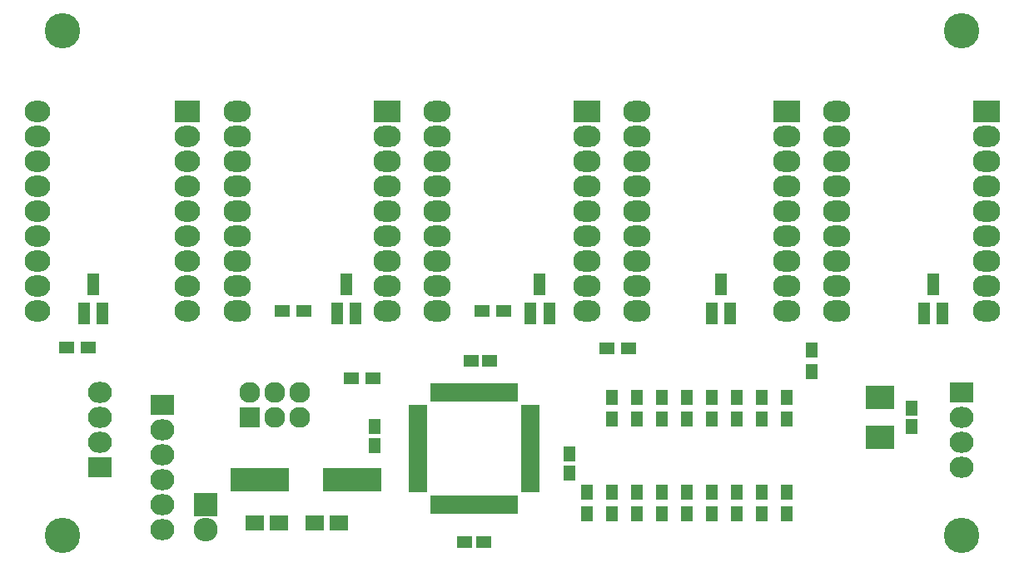
<source format=gts>
G04 #@! TF.FileFunction,Soldermask,Top*
%FSLAX46Y46*%
G04 Gerber Fmt 4.6, Leading zero omitted, Abs format (unit mm)*
G04 Created by KiCad (PCBNEW 4.0.4+e1-6308~48~ubuntu16.04.1-stable) date Tue Nov 15 20:45:07 2016*
%MOMM*%
%LPD*%
G01*
G04 APERTURE LIST*
%ADD10C,0.100000*%
%ADD11O,2.600000X2.166000*%
%ADD12R,2.600000X2.166000*%
%ADD13R,1.300000X1.600000*%
%ADD14R,1.900000X1.650000*%
%ADD15R,1.150000X1.600000*%
%ADD16R,1.600000X1.150000*%
%ADD17R,2.900000X2.400000*%
%ADD18R,1.900000X0.950000*%
%ADD19R,0.950000X1.900000*%
%ADD20R,2.432000X2.127200*%
%ADD21O,2.432000X2.127200*%
%ADD22R,2.127200X2.127200*%
%ADD23O,2.127200X2.127200*%
%ADD24R,1.200100X2.200860*%
%ADD25R,1.600000X1.300000*%
%ADD26R,5.899100X2.398980*%
%ADD27C,3.600000*%
%ADD28R,2.432000X2.432000*%
%ADD29O,2.432000X2.432000*%
%ADD30O,2.800000X2.166000*%
%ADD31R,2.800000X2.166000*%
G04 APERTURE END LIST*
D10*
D11*
X101600000Y-102870000D03*
X101600000Y-100330000D03*
X101600000Y-97790000D03*
X101600000Y-95250000D03*
X101600000Y-92710000D03*
X101600000Y-90170000D03*
X101600000Y-87630000D03*
X101600000Y-85090000D03*
X101600000Y-82550000D03*
X116840000Y-102870000D03*
X116840000Y-100330000D03*
X116840000Y-97790000D03*
X116840000Y-95250000D03*
X116840000Y-92710000D03*
X116840000Y-90170000D03*
X116840000Y-87630000D03*
X116840000Y-85090000D03*
D12*
X116840000Y-82550000D03*
D13*
X175260000Y-121328000D03*
X175260000Y-123528000D03*
D14*
X123718000Y-124460000D03*
X126218000Y-124460000D03*
X132314000Y-124460000D03*
X129814000Y-124460000D03*
D15*
X155702000Y-117414000D03*
X155702000Y-119314000D03*
X190500000Y-112715000D03*
X190500000Y-114615000D03*
D16*
X147635000Y-107950000D03*
X145735000Y-107950000D03*
D15*
X135890000Y-114620000D03*
X135890000Y-116520000D03*
D16*
X145100000Y-126365000D03*
X147000000Y-126365000D03*
D17*
X187325000Y-111665000D03*
X187325000Y-115665000D03*
D18*
X140350000Y-112840000D03*
X140350000Y-113640000D03*
X140350000Y-114440000D03*
X140350000Y-115240000D03*
X140350000Y-116040000D03*
X140350000Y-116840000D03*
X140350000Y-117640000D03*
X140350000Y-118440000D03*
X140350000Y-119240000D03*
X140350000Y-120040000D03*
X140350000Y-120840000D03*
D19*
X142050000Y-122540000D03*
X142850000Y-122540000D03*
X143650000Y-122540000D03*
X144450000Y-122540000D03*
X145250000Y-122540000D03*
X146050000Y-122540000D03*
X146850000Y-122540000D03*
X147650000Y-122540000D03*
X148450000Y-122540000D03*
X149250000Y-122540000D03*
X150050000Y-122540000D03*
D18*
X151750000Y-120840000D03*
X151750000Y-120040000D03*
X151750000Y-119240000D03*
X151750000Y-118440000D03*
X151750000Y-117640000D03*
X151750000Y-116840000D03*
X151750000Y-116040000D03*
X151750000Y-115240000D03*
X151750000Y-114440000D03*
X151750000Y-113640000D03*
X151750000Y-112840000D03*
D19*
X150050000Y-111140000D03*
X149250000Y-111140000D03*
X148450000Y-111140000D03*
X147650000Y-111140000D03*
X146850000Y-111140000D03*
X146050000Y-111140000D03*
X145250000Y-111140000D03*
X144450000Y-111140000D03*
X143650000Y-111140000D03*
X142850000Y-111140000D03*
X142050000Y-111140000D03*
D20*
X114300000Y-112395000D03*
D21*
X114300000Y-114935000D03*
X114300000Y-117475000D03*
X114300000Y-120015000D03*
X114300000Y-122555000D03*
X114300000Y-125095000D03*
D22*
X123190000Y-113665000D03*
D23*
X123190000Y-111125000D03*
X125730000Y-113665000D03*
X125730000Y-111125000D03*
X128270000Y-113665000D03*
X128270000Y-111125000D03*
D20*
X195580000Y-111125000D03*
D21*
X195580000Y-113665000D03*
X195580000Y-116205000D03*
X195580000Y-118745000D03*
D20*
X107950000Y-118745000D03*
D21*
X107950000Y-116205000D03*
X107950000Y-113665000D03*
X107950000Y-111125000D03*
D24*
X191775000Y-103101140D03*
X193675000Y-103101140D03*
X192725000Y-100098860D03*
X170185000Y-103101140D03*
X172085000Y-103101140D03*
X171135000Y-100098860D03*
X132085000Y-103101140D03*
X133985000Y-103101140D03*
X133035000Y-100098860D03*
X151770000Y-103101140D03*
X153670000Y-103101140D03*
X152720000Y-100098860D03*
X106365000Y-103101140D03*
X108265000Y-103101140D03*
X107315000Y-100098860D03*
D25*
X133520000Y-109728000D03*
X135720000Y-109728000D03*
D13*
X172720000Y-121328000D03*
X172720000Y-123528000D03*
X170180000Y-121328000D03*
X170180000Y-123528000D03*
X167640000Y-121328000D03*
X167640000Y-123528000D03*
X165100000Y-121328000D03*
X165100000Y-123528000D03*
X162560000Y-121328000D03*
X162560000Y-123528000D03*
X160020000Y-121328000D03*
X160020000Y-123528000D03*
X157480000Y-121328000D03*
X157480000Y-123528000D03*
X177800000Y-121328000D03*
X177800000Y-123528000D03*
X160020000Y-111676000D03*
X160020000Y-113876000D03*
X162560000Y-111676000D03*
X162560000Y-113876000D03*
X165100000Y-111676000D03*
X165100000Y-113876000D03*
X167640000Y-111676000D03*
X167640000Y-113876000D03*
X170180000Y-111676000D03*
X170180000Y-113876000D03*
X172720000Y-111676000D03*
X172720000Y-113876000D03*
X175260000Y-111676000D03*
X175260000Y-113876000D03*
X177800000Y-111676000D03*
X177800000Y-113876000D03*
X180340000Y-109050000D03*
X180340000Y-106850000D03*
D25*
X161755000Y-106680000D03*
X159555000Y-106680000D03*
X128735000Y-102870000D03*
X126535000Y-102870000D03*
X149055000Y-102870000D03*
X146855000Y-102870000D03*
X104564000Y-106553000D03*
X106764000Y-106553000D03*
D26*
X124206000Y-120015000D03*
X133604000Y-120015000D03*
D27*
X195580000Y-125730000D03*
X104140000Y-125730000D03*
X104140000Y-74295000D03*
X195580000Y-74295000D03*
D28*
X118745000Y-122555000D03*
D29*
X118745000Y-125095000D03*
D30*
X162560000Y-102870000D03*
X162560000Y-100330000D03*
X162560000Y-97790000D03*
X162560000Y-95250000D03*
X162560000Y-92710000D03*
X162560000Y-90170000D03*
X162560000Y-87630000D03*
X162560000Y-85090000D03*
X162560000Y-82550000D03*
X177800000Y-102870000D03*
X177800000Y-100330000D03*
X177800000Y-97790000D03*
X177800000Y-95250000D03*
X177800000Y-92710000D03*
X177800000Y-90170000D03*
X177800000Y-87630000D03*
X177800000Y-85090000D03*
D31*
X177800000Y-82550000D03*
D30*
X142240000Y-102870000D03*
X142240000Y-100330000D03*
X142240000Y-97790000D03*
X142240000Y-95250000D03*
X142240000Y-92710000D03*
X142240000Y-90170000D03*
X142240000Y-87630000D03*
X142240000Y-85090000D03*
X142240000Y-82550000D03*
X157480000Y-102870000D03*
X157480000Y-100330000D03*
X157480000Y-97790000D03*
X157480000Y-95250000D03*
X157480000Y-92710000D03*
X157480000Y-90170000D03*
X157480000Y-87630000D03*
X157480000Y-85090000D03*
D31*
X157480000Y-82550000D03*
D30*
X182880000Y-102870000D03*
X182880000Y-100330000D03*
X182880000Y-97790000D03*
X182880000Y-95250000D03*
X182880000Y-92710000D03*
X182880000Y-90170000D03*
X182880000Y-87630000D03*
X182880000Y-85090000D03*
X182880000Y-82550000D03*
X198120000Y-102870000D03*
X198120000Y-100330000D03*
X198120000Y-97790000D03*
X198120000Y-95250000D03*
X198120000Y-92710000D03*
X198120000Y-90170000D03*
X198120000Y-87630000D03*
X198120000Y-85090000D03*
D31*
X198120000Y-82550000D03*
D30*
X121920000Y-102870000D03*
X121920000Y-100330000D03*
X121920000Y-97790000D03*
X121920000Y-95250000D03*
X121920000Y-92710000D03*
X121920000Y-90170000D03*
X121920000Y-87630000D03*
X121920000Y-85090000D03*
X121920000Y-82550000D03*
X137160000Y-102870000D03*
X137160000Y-100330000D03*
X137160000Y-97790000D03*
X137160000Y-95250000D03*
X137160000Y-92710000D03*
X137160000Y-90170000D03*
X137160000Y-87630000D03*
X137160000Y-85090000D03*
D31*
X137160000Y-82550000D03*
M02*

</source>
